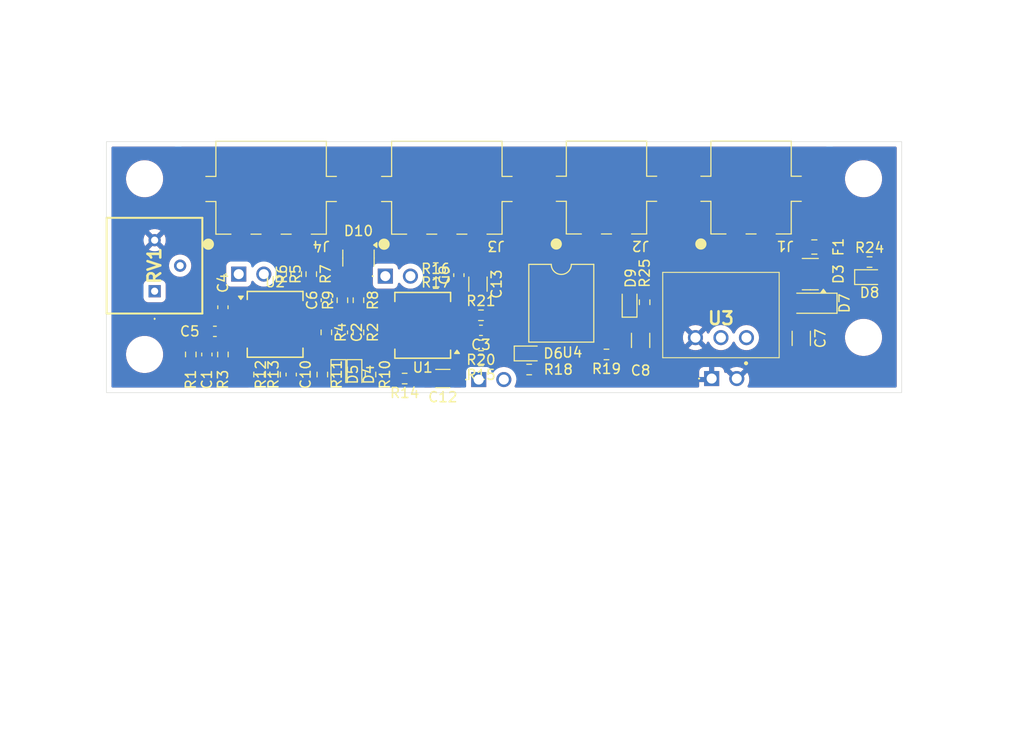
<source format=kicad_pcb>
(kicad_pcb
	(version 20240108)
	(generator "pcbnew")
	(generator_version "8.0")
	(general
		(thickness 1.6)
		(legacy_teardrops no)
	)
	(paper "A4")
	(layers
		(0 "F.Cu" signal)
		(1 "In1.Cu" signal)
		(2 "In2.Cu" signal)
		(31 "B.Cu" signal)
		(32 "B.Adhes" user "B.Adhesive")
		(33 "F.Adhes" user "F.Adhesive")
		(34 "B.Paste" user)
		(35 "F.Paste" user)
		(36 "B.SilkS" user "B.Silkscreen")
		(37 "F.SilkS" user "F.Silkscreen")
		(38 "B.Mask" user)
		(39 "F.Mask" user)
		(40 "Dwgs.User" user "User.Drawings")
		(41 "Cmts.User" user "User.Comments")
		(42 "Eco1.User" user "User.Eco1")
		(43 "Eco2.User" user "User.Eco2")
		(44 "Edge.Cuts" user)
		(45 "Margin" user)
		(46 "B.CrtYd" user "B.Courtyard")
		(47 "F.CrtYd" user "F.Courtyard")
		(48 "B.Fab" user)
		(49 "F.Fab" user)
		(50 "User.1" user)
		(51 "User.2" user)
		(52 "User.3" user)
		(53 "User.4" user)
		(54 "User.5" user)
		(55 "User.6" user)
		(56 "User.7" user)
		(57 "User.8" user)
		(58 "User.9" user)
	)
	(setup
		(stackup
			(layer "F.SilkS"
				(type "Top Silk Screen")
			)
			(layer "F.Paste"
				(type "Top Solder Paste")
			)
			(layer "F.Mask"
				(type "Top Solder Mask")
				(thickness 0.01)
			)
			(layer "F.Cu"
				(type "copper")
				(thickness 0.035)
			)
			(layer "dielectric 1"
				(type "prepreg")
				(thickness 0.1)
				(material "FR4")
				(epsilon_r 4.5)
				(loss_tangent 0.02)
			)
			(layer "In1.Cu"
				(type "copper")
				(thickness 0.035)
			)
			(layer "dielectric 2"
				(type "core")
				(thickness 1.24)
				(material "FR4")
				(epsilon_r 4.5)
				(loss_tangent 0.02)
			)
			(layer "In2.Cu"
				(type "copper")
				(thickness 0.035)
			)
			(layer "dielectric 3"
				(type "prepreg")
				(thickness 0.1)
				(material "FR4")
				(epsilon_r 4.5)
				(loss_tangent 0.02)
			)
			(layer "B.Cu"
				(type "copper")
				(thickness 0.035)
			)
			(layer "B.Mask"
				(type "Bottom Solder Mask")
				(thickness 0.01)
			)
			(layer "B.Paste"
				(type "Bottom Solder Paste")
			)
			(layer "B.SilkS"
				(type "Bottom Silk Screen")
			)
			(copper_finish "None")
			(dielectric_constraints no)
		)
		(pad_to_mask_clearance 0)
		(allow_soldermask_bridges_in_footprints no)
		(pcbplotparams
			(layerselection 0x00010fc_ffffffff)
			(plot_on_all_layers_selection 0x0000000_00000000)
			(disableapertmacros no)
			(usegerberextensions no)
			(usegerberattributes yes)
			(usegerberadvancedattributes yes)
			(creategerberjobfile yes)
			(dashed_line_dash_ratio 12.000000)
			(dashed_line_gap_ratio 3.000000)
			(svgprecision 4)
			(plotframeref no)
			(viasonmask no)
			(mode 1)
			(useauxorigin no)
			(hpglpennumber 1)
			(hpglpenspeed 20)
			(hpglpendiameter 15.000000)
			(pdf_front_fp_property_popups yes)
			(pdf_back_fp_property_popups yes)
			(dxfpolygonmode yes)
			(dxfimperialunits yes)
			(dxfusepcbnewfont yes)
			(psnegative no)
			(psa4output no)
			(plotreference yes)
			(plotvalue yes)
			(plotfptext yes)
			(plotinvisibletext no)
			(sketchpadsonfab no)
			(subtractmaskfromsilk no)
			(outputformat 1)
			(mirror no)
			(drillshape 1)
			(scaleselection 1)
			(outputdirectory "")
		)
	)
	(net 0 "")
	(net 1 "GND")
	(net 2 "+5V")
	(net 3 "/Current_ref")
	(net 4 "/Brake_ref")
	(net 5 "Net-(D3-K)")
	(net 6 "/Low_Ref")
	(net 7 "Net-(U1A--)")
	(net 8 "/Error_Sig")
	(net 9 "Net-(D4-K)")
	(net 10 "Net-(D4-A)")
	(net 11 "Net-(D5-A)")
	(net 12 "Net-(D5-K)")
	(net 13 "Net-(D6-K)")
	(net 14 "Net-(D6-A)")
	(net 15 "Net-(D8-A)")
	(net 16 "Net-(D9-A)")
	(net 17 "+24V")
	(net 18 "/Current_Sensor")
	(net 19 "/Break_Pressure_Sensor")
	(net 20 "/SDC_In")
	(net 21 "/SDC_Out")
	(net 22 "Net-(R6-Pad2)")
	(net 23 "Net-(R14-Pad2)")
	(net 24 "/EndRef")
	(net 25 "Net-(R19-Pad2)")
	(net 26 "Net-(R20-Pad2)")
	(net 27 "unconnected-(U4-Pad3)")
	(net 28 "unconnected-(U4-Pad5)")
	(net 29 "Net-(U2A--)")
	(net 30 "Net-(U2C--)")
	(net 31 "unconnected-(J4-Pin_1-Pad1)")
	(net 32 "Net-(D3-A)")
	(footprint "Resistor_SMD:R_0603_1608Metric" (layer "F.Cu") (at 102.3 100.7 180))
	(footprint "FaSTTUBe_connectors:Micro_Mate-N-Lok_3p_horizontal" (layer "F.Cu") (at 89 81.82 180))
	(footprint "MountingHole:MountingHole_3.2mm_M3" (layer "F.Cu") (at 148 80.8))
	(footprint "Capacitor_SMD:C_0603_1608Metric" (layer "F.Cu") (at 83.4 96 180))
	(footprint "Package_SO:SSOP-14_5.3x6.2mm_P0.65mm" (layer "F.Cu") (at 89.4 95.3))
	(footprint "Resistor_SMD:R_0603_1608Metric" (layer "F.Cu") (at 109.9 97.4 180))
	(footprint "bspd:5025" (layer "F.Cu") (at 85.775 90.3))
	(footprint "Resistor_SMD:R_0603_1608Metric" (layer "F.Cu") (at 89.4 100.3 90))
	(footprint "FaSTTUBe_connectors:Micro_Mate-N-Lok_3p_horizontal" (layer "F.Cu") (at 106.5 81.82 180))
	(footprint "Resistor_SMD:R_0603_1608Metric" (layer "F.Cu") (at 96.1 92.9 90))
	(footprint "MountingHole:MountingHole_3.2mm_M3" (layer "F.Cu") (at 148 96.6))
	(footprint "Capacitor_SMD:C_0603_1608Metric" (layer "F.Cu") (at 109.9 95.9 180))
	(footprint "FaSTTUBe_connectors:Micro_Mate-N-Lok_2p_horizontal" (layer "F.Cu") (at 136.8 81.8 180))
	(footprint "Package_DIP:SMDIP-6_W9.53mm" (layer "F.Cu") (at 117.9 93.2))
	(footprint "Resistor_SMD:R_0603_1608Metric" (layer "F.Cu") (at 148.6 89.1))
	(footprint "Resistor_SMD:R_0603_1608Metric" (layer "F.Cu") (at 81 98.3 -90))
	(footprint "Capacitor_SMD:C_0603_1608Metric" (layer "F.Cu") (at 91 100.3 -90))
	(footprint "bspd:5025" (layer "F.Cu") (at 100.375 90.5))
	(footprint "Resistor_SMD:R_0603_1608Metric" (layer "F.Cu") (at 94.1 100.3 -90))
	(footprint "Resistor_SMD:R_0603_1608Metric" (layer "F.Cu") (at 91.5 90.3 90))
	(footprint "Diode_SMD:D_SOD-123" (layer "F.Cu") (at 143 93.2 180))
	(footprint "Fuse:Fuse_0805_2012Metric" (layer "F.Cu") (at 143.1 87.6))
	(footprint "Capacitor_SMD:C_1206_3216Metric" (layer "F.Cu") (at 109.6 91.3 -90))
	(footprint "Resistor_SMD:R_0603_1608Metric" (layer "F.Cu") (at 87.8 100.3 -90))
	(footprint "Resistor_SMD:R_0603_1608Metric" (layer "F.Cu") (at 90 90.3 -90))
	(footprint "Capacitor_SMD:C_0603_1608Metric" (layer "F.Cu") (at 96.1 96.1 -90))
	(footprint "Package_TO_SOT_SMD:SOT-23-3" (layer "F.Cu") (at 97.7 88.7 -90))
	(footprint "Resistor_SMD:R_0603_1608Metric" (layer "F.Cu") (at 105.4 89.7 180))
	(footprint "MountingHole:MountingHole_3.2mm_M3" (layer "F.Cu") (at 76.4 98.3))
	(footprint "Diode_SMD:D_0603_1608Metric" (layer "F.Cu") (at 114.7 98.2))
	(footprint "Resistor_SMD:R_0603_1608Metric" (layer "F.Cu") (at 109.9 98.9 180))
	(footprint "Resistor_SMD:R_0603_1608Metric" (layer "F.Cu") (at 97.7 92.9 -90))
	(footprint "bspd:5025" (layer "F.Cu") (at 132.875 100.7))
	(footprint "Resistor_SMD:R_0603_1608Metric" (layer "F.Cu") (at 84.2 98.3 -90))
	(footprint "Resistor_SMD:R_0603_1608Metric" (layer "F.Cu") (at 109.9 94.4))
	(footprint "bspd:173010542" (layer "F.Cu") (at 133.8 94.7 180))
	(footprint "Package_SO:SSOP-14_5.3x6.2mm_P0.65mm" (layer "F.Cu") (at 104.1 95.4 180))
	(footprint "Resistor_SMD:R_0603_1608Metric" (layer "F.Cu") (at 94.5 96.1 -90))
	(footprint "Resistor_SMD:R_0603_1608Metric" (layer "F.Cu") (at 114.7 99.8 180))
	(footprint "Diode_SMD:D_0603_1608Metric" (layer "F.Cu") (at 97.3 100.3 -90))
	(footprint "Resistor_SMD:R_0603_1608Metric" (layer "F.Cu") (at 93 90.3 -90))
	(footprint "Capacitor_SMD:C_1206_3216Metric" (layer "F.Cu") (at 106.1 100.7 180))
	(footprint "bspd:5025"
		(layer "F.Cu")
		(uuid "b3a5e889-228a-4f18-a0fa-833e01440e3f")
		(at 109.675 100.8)
		(descr "5025-1")
		(tags "Test Point")
		(property "Reference" "TP2"
			(at 1.5 2 0)
			(layer "F.SilkS")
			(hide yes)
			(uuid "b60d9876-3670-4f03-98eb-5c627dded87e")
			(effects
				(font
					(size 1.27 1.27)
					(thickness 0.254)
				)
			)
		)
		(property "Value" "test-pad"
			(at 1.5 -3.5 0)
			(layer "F.SilkS")
			(hide yes)
			(uuid "7a627a22-5afd-4db8-a221-595b2115f4ce")
			(effects
				(font
					(size 1.27 1.27)
					(thickness 0.254)
				)
			)
		)
		(property "Footprint" "bspd:5025"
			(at 0 0 0)
			(unlocked yes)
			(layer "F.Fab")
			(hide yes)
			(uuid "6b03015f-145c-4eeb-9f57-d66e5abc28f1")
			(effects
				(font
					(size 1.27 1.27)
					(thickness 0.15)
				)
			)
		)
		(property "Datasheet" ""
			(at 0 0 0)
			(unlocked yes)
			(layer "F.Fab")
			(hide yes)
			(uuid "b1519ac1-f638-4e17-8beb-f842e8e8dab7")
			(effects
				(font
					(size 1.27 1.27)
					(thickness 0.15)
				)
			)
		)
		(property "Description" "test point"
			(at 0 0 0)
			(unlocked yes)
			(layer "F.Fab")
			(hide yes)
			(uuid "a2701e17-59ba-4bb0-b23b-419b9c3ee0ae")
			(effects
				(font
					(size 1.27 1.27)
					(thickness 0.15)
				)
			)
		)
		(property ki_fp_filters "Pin* Test*")
		(path "/507f4243-3ead-4813-bd5f-b0051d229cb1")
		(sheetname "Root")
		(sheetfile "FT25_BSPD.kicad_sch")
		(attr through_hole)
		(fp_line
			(start -1.3 0)
			(end -1.3 0)
			(stroke
				(width 0.1)
				(type solid)
			)
			(layer "F.SilkS")
			(uuid "43031235-8b95-4f06-b9ef-d8f52bbde853")
		)
		(fp_line
			(start -1.2 0)
			(end -1.2 0)
			(stroke
				(width 0.1)
				(type solid)
			)
			(layer "F.SilkS")
			(uuid "15cdb485-cefd-4e7d-8491-4a0fcdfaa14d")
		)
		(fp_arc
			(start -1.3 0)
			(mid -1.25 -0.05)
			(end -1.2 0)
			(stroke
				(width 0.1)
				(type solid)
			)
			(layer "F.SilkS")
			(uuid "c7aeb76c-9efc-434b-adae-1d8d98874269")
		)
		(fp_arc
			(start -1.2 0)
			(mid -1.25 0.05)
			(end -1.3 0)
			(stroke
				(width 0.1)
				(type solid)
			)
			(layer "F.SilkS")
			(uuid "60805c67-beeb-428d-9b18-9b24a07fec77")
		)
		(fp_line
			(start -0.85 -0.85)
			(end 3.35 -0.85)
			(stroke
				(width 0.1)
				(type solid)
			)
			(layer "F.CrtYd")
			(uuid "ab87ece1-2e3e-43ab-8733-9d21cec10d4d")
		)
		(fp_line
			(start -0.85 0.85)
			(end -0.85 -0.85)
			(stroke
				(width 0.1)
				(type solid)
			)
			(layer "F.CrtYd")
			(uuid "1470e073-dac6-476d-9a4f-cb466fc34ac4")
		)
		(fp_line
			(start 3.35 -0.85)
			(end 3.35 0.85)
			(stroke
				(width 0.1)
				(type solid)
			)
			(layer "F.CrtYd")
			(uuid "fb6484e3-0e23-4cf0-a0cf-5559dd429215")
		)
		(fp_line
			(start 3.35 0.85)
			(end -0.85 0.85)
			(stroke
				(width 0.1)
				(type solid)
			)
			(layer "F.CrtYd")
			(uuid "102305ba-9a69-43e9-aa6f-d21b7c917ed0")
		)
		(fp_line
			(start -0.02 -0.51)
			(end 2.52 -0.51)
			(stroke
				(width 0.1)
				(type solid)
			)
			(layer "F.Fab")
			(uuid "661f5878-a02d-4971-99b6-2ab3dc8fc06d")
		)
		(fp_line
			(start -0.02 0.51)
			(end -0.02 -0.51)
			(stroke
				(width 0.1)
				(type solid)
			)
			(layer "F.Fab")
			(uuid "7a538237-b346-42ba-a61a-9540ef67bda2")
		)
		(fp_line
			(start 2.52 -0.51)
			(end 2.52 0.51)
			(stroke
				(width 0.1)
				(type solid)
			)
			(layer "F.Fab")
			(uuid "443d5578-d0c7-42cf-b62b-19c3e70aa5d9")
		)
		(fp_line
			(start 2.52 0.51)
			(end -0.02 0.51)
			(stroke
				(width 0.1)
				(type solid)
			)
			(layer "F.Fab")
			(uuid "6add74a1-d9cb-4453-9ae5-4533e359243c")
		)
		(fp_text user "${REFERENCE}"
			(at 1.25 0 0)
			(layer "F.Fab")
			(uuid "83cfd88e-1c9d
... [273128 chars truncated]
</source>
